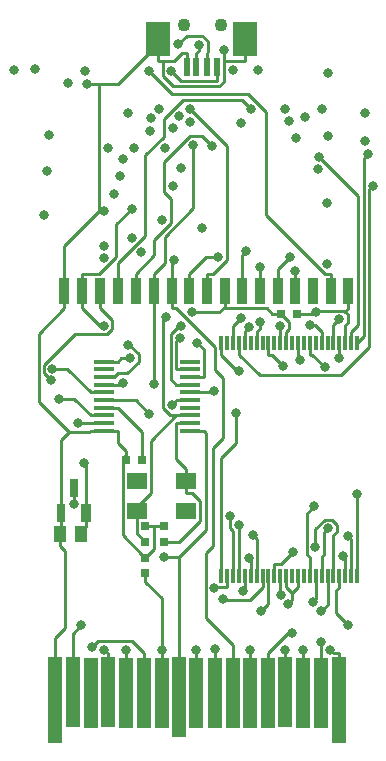
<source format=gbr>
%TF.GenerationSoftware,KiCad,Pcbnew,(6.0.2)*%
%TF.CreationDate,2022-09-17T11:41:15-05:00*%
%TF.ProjectId,REF2160,52454632-3136-4302-9e6b-696361645f70,rev?*%
%TF.SameCoordinates,Original*%
%TF.FileFunction,Copper,L1,Top*%
%TF.FilePolarity,Positive*%
%FSLAX46Y46*%
G04 Gerber Fmt 4.6, Leading zero omitted, Abs format (unit mm)*
G04 Created by KiCad (PCBNEW (6.0.2)) date 2022-09-17 11:41:15*
%MOMM*%
%LPD*%
G01*
G04 APERTURE LIST*
%TA.AperFunction,SMDPad,CuDef*%
%ADD10R,0.800000X0.800000*%
%TD*%
%TA.AperFunction,SMDPad,CuDef*%
%ADD11R,1.000000X1.350000*%
%TD*%
%TA.AperFunction,SMDPad,CuDef*%
%ADD12R,0.750000X1.600000*%
%TD*%
%TA.AperFunction,SMDPad,CuDef*%
%ADD13R,0.870000X1.600000*%
%TD*%
%TA.AperFunction,SMDPad,CuDef*%
%ADD14R,0.800000X1.600000*%
%TD*%
%TA.AperFunction,SMDPad,CuDef*%
%ADD15R,1.651000X0.431800*%
%TD*%
%TA.AperFunction,SMDPad,CuDef*%
%ADD16R,2.000000X3.000000*%
%TD*%
%TA.AperFunction,SMDPad,CuDef*%
%ADD17R,0.550000X1.630000*%
%TD*%
%TA.AperFunction,SMDPad,CuDef*%
%ADD18R,0.950000X2.250000*%
%TD*%
%TA.AperFunction,SMDPad,CuDef*%
%ADD19R,1.200000X7.250000*%
%TD*%
%TA.AperFunction,SMDPad,CuDef*%
%ADD20R,1.200000X6.000000*%
%TD*%
%TA.AperFunction,SMDPad,CuDef*%
%ADD21R,1.200000X6.750000*%
%TD*%
%TA.AperFunction,SMDPad,CuDef*%
%ADD22R,1.700000X1.350000*%
%TD*%
%TA.AperFunction,SMDPad,CuDef*%
%ADD23R,0.300000X1.300000*%
%TD*%
%TA.AperFunction,ComponentPad*%
%ADD24C,1.100000*%
%TD*%
%TA.AperFunction,ViaPad*%
%ADD25C,0.800000*%
%TD*%
%TA.AperFunction,Conductor*%
%ADD26C,0.250000*%
%TD*%
G04 APERTURE END LIST*
D10*
%TO.P,C4,1*%
%TO.N,/GND*%
X145116000Y-108636000D03*
%TO.P,C4,2*%
%TO.N,/PIC.VUSB*%
X146425000Y-108635000D03*
%TD*%
%TO.P,C2,1*%
%TO.N,/PIC.CLKOUT*%
X146739000Y-115602000D03*
%TO.P,C2,2*%
%TO.N,/GND*%
X146738000Y-114293000D03*
%TD*%
D11*
%TO.P,C1,1*%
%TO.N,/GND*%
X139477000Y-114946000D03*
%TO.P,C1,2*%
%TO.N,/XC.Vout*%
X141302000Y-114946000D03*
%TD*%
D12*
%TO.P,U4,1,GND*%
%TO.N,/GND*%
X139635000Y-113201000D03*
D13*
%TO.P,U4,2,VO*%
%TO.N,/XC.Vout*%
X141702000Y-113195000D03*
D14*
%TO.P,U4,3,VI*%
%TO.N,/VCC*%
X140708000Y-111014000D03*
%TD*%
D15*
%TO.P,U3,1,VDD*%
%TO.N,/VCC*%
X150514200Y-106196000D03*
%TO.P,U3,2,RA5/OSC1/CLKIN*%
%TO.N,/PIC.CLKIN*%
X150514200Y-105545999D03*
%TO.P,U3,3,RA4/AN3/OSC2/CLKOUT*%
%TO.N,/PIC.CLKOUT*%
X150514200Y-104896001D03*
%TO.P,U3,4,RA3/\u002AMCLR/VPP*%
%TO.N,unconnected-(U3-Pad4)*%
X150514200Y-104245999D03*
%TO.P,U3,5,RC5/CCP1/P1A/T0CKI*%
%TO.N,/PIC.RC5*%
X150514200Y-103596001D03*
%TO.P,U3,6,RC4/P1B/C12OUT/SRQ*%
%TO.N,/PIC.RC4*%
X150514200Y-102946002D03*
%TO.P,U3,7,RC3/AN7/P1C/C12IN3-/PGM*%
%TO.N,/PIC.RC3*%
X150514200Y-102296001D03*
%TO.P,U3,8,RC6/AN8/\u002ASS/T13CKI/T1OSCI*%
%TO.N,/PIC.RC6*%
X150514200Y-101646002D03*
%TO.P,U3,9,RC7/AN9/SDO/T1OSCO*%
%TO.N,/PIC.RC7*%
X150514200Y-100996001D03*
%TO.P,U3,10,RB7/TX/CK*%
%TO.N,unconnected-(U3-Pad10)*%
X150514200Y-100346002D03*
%TO.P,U3,11,RB6/SCK/SCL*%
%TO.N,/PIC.RB6*%
X143249800Y-100346000D03*
%TO.P,U3,12,RB5/AN11/RX/DT*%
%TO.N,unconnected-(U3-Pad12)*%
X143249800Y-100995998D03*
%TO.P,U3,13,RB4/AN10/SDI/SDA*%
%TO.N,/PIC.RB4*%
X143249800Y-101645999D03*
%TO.P,U3,14,RC2/AN6/P1D/C12IN2-/CVREF/INT2*%
%TO.N,/PIC.RC2*%
X143249800Y-102295998D03*
%TO.P,U3,15,RC1/AN5/C12IN1-/INT1/VREFRC2/*%
%TO.N,/PIC.RC1*%
X143249800Y-102945999D03*
%TO.P,U3,16,RC0/AN4/C12IN+/INT0/VREF+*%
%TO.N,/PIC.RC0*%
X143249800Y-103595998D03*
%TO.P,U3,17,VUSB*%
%TO.N,/PIC.VUSB*%
X143249800Y-104245999D03*
%TO.P,U3,18,RA1/D-/PGC*%
%TO.N,/USB.D-*%
X143249800Y-104895998D03*
%TO.P,U3,19,RA0/D+/PGD*%
%TO.N,/USB.D+*%
X143249800Y-105545999D03*
%TO.P,U3,20,VSS*%
%TO.N,/GND*%
X143249800Y-106195998D03*
%TD*%
D16*
%TO.P,J1,1,Pin_1*%
%TO.N,/GND*%
X147770000Y-73037000D03*
X155194000Y-73035000D03*
D17*
X150233000Y-75375000D03*
%TO.P,J1,2,Pin_2*%
%TO.N,/USB.D+*%
X151067000Y-75380000D03*
%TO.P,J1,3,Pin_3*%
%TO.N,/USB.D-*%
X151937000Y-75380000D03*
%TO.P,J1,4,Pin_4*%
%TO.N,/USB.VCC*%
X152811000Y-75379000D03*
%TD*%
D18*
%TO.P,U6,1,GND*%
%TO.N,/GND*%
X163929000Y-94392000D03*
%TO.P,U6,2,CLK*%
%TO.N,/CLK*%
X162459000Y-94385000D03*
%TO.P,U6,3,N/C*%
%TO.N,unconnected-(U6-Pad3)*%
X160950000Y-94389000D03*
%TO.P,U6,4,CS1*%
%TO.N,/Cart.CS1*%
X159448000Y-94389000D03*
%TO.P,U6,5,Reset*%
%TO.N,/Cart.Reset*%
X157938000Y-94390000D03*
%TO.P,U6,6,CS2*%
%TO.N,/Cart.CS2*%
X156427000Y-94390000D03*
%TO.P,U6,7,IRQ*%
%TO.N,/IRQ*%
X154958000Y-94389000D03*
%TO.P,U6,8,VCC*%
%TO.N,/VCC*%
X153450000Y-94394000D03*
%TO.P,U6,9,D0*%
%TO.N,/D0*%
X151941000Y-94388000D03*
%TO.P,U6,10,D1*%
%TO.N,/D1*%
X150438000Y-94391000D03*
%TO.P,U6,11,D2*%
%TO.N,/D2*%
X148966000Y-94390000D03*
%TO.P,U6,12,D3*%
%TO.N,/D3*%
X147457000Y-94392000D03*
%TO.P,U6,13,D4*%
%TO.N,/D4*%
X145912000Y-94395000D03*
%TO.P,U6,14,D5*%
%TO.N,/D5*%
X144439000Y-94390000D03*
%TO.P,U6,15,D6*%
%TO.N,/D6*%
X142937000Y-94394000D03*
%TO.P,U6,16,D7*%
%TO.N,/D7*%
X141390000Y-94386000D03*
%TO.P,U6,17,GND*%
%TO.N,/GND*%
X139876000Y-94389000D03*
%TD*%
D10*
%TO.P,C3,1*%
%TO.N,/PIC.CLKIN*%
X148329000Y-115599000D03*
%TO.P,C3,2*%
%TO.N,/GND*%
X148328000Y-114290000D03*
%TD*%
D19*
%TO.P,U1,1,GND*%
%TO.N,/GND*%
X139048000Y-129001000D03*
D20*
%TO.P,U1,2,CLK*%
%TO.N,/CLK*%
X140590000Y-128355000D03*
%TO.P,U1,3,N/C*%
%TO.N,unconnected-(U1-Pad3)*%
X142105000Y-128363000D03*
%TO.P,U1,4,CS1*%
%TO.N,/Sys.CS1*%
X143564000Y-128355000D03*
%TO.P,U1,5,Reset*%
%TO.N,/Sys.Reset*%
X145071000Y-128362000D03*
%TO.P,U1,6,CS2*%
%TO.N,/Sys.CS2*%
X146634000Y-128362000D03*
%TO.P,U1,7,IRQ*%
%TO.N,/IRQ*%
X148133000Y-128362000D03*
D21*
%TO.P,U1,8,VCC*%
%TO.N,/VCC*%
X149560000Y-128705000D03*
D20*
%TO.P,U1,9,D0*%
%TO.N,/D0*%
X151057000Y-128370000D03*
%TO.P,U1,10,D1*%
%TO.N,/D1*%
X152620000Y-128370000D03*
%TO.P,U1,11,D2*%
%TO.N,/D2*%
X154127000Y-128362000D03*
%TO.P,U1,12,D3*%
%TO.N,/D3*%
X155602000Y-128362000D03*
%TO.P,U1,13,D4*%
%TO.N,/D4*%
X157101000Y-128362000D03*
%TO.P,U1,14,D5*%
%TO.N,/D5*%
X158600000Y-128354000D03*
%TO.P,U1,15,D6*%
%TO.N,/D6*%
X160115000Y-128362000D03*
%TO.P,U1,16,D7*%
%TO.N,/D7*%
X161630000Y-128362000D03*
D19*
%TO.P,U1,17,GND*%
%TO.N,/GND*%
X163137000Y-128995000D03*
%TD*%
D22*
%TO.P,X1,1,Tri-State*%
%TO.N,/PIC.CLKOUT*%
X146027000Y-112965000D03*
%TO.P,X1,2,GND*%
%TO.N,unconnected-(X1-Pad2)*%
X150197000Y-112965000D03*
%TO.P,X1,3,OUT*%
%TO.N,/PIC.CLKIN*%
X150196000Y-110463000D03*
%TO.P,X1,4,VDD*%
%TO.N,unconnected-(X1-Pad4)*%
X146029000Y-110463000D03*
%TD*%
D10*
%TO.P,C5,1*%
%TO.N,/VCC*%
X158227000Y-96294000D03*
%TO.P,C5,2*%
%TO.N,/GND*%
X159536000Y-96293000D03*
%TD*%
%TO.P,R1,1*%
%TO.N,/IRQ*%
X146741000Y-118242000D03*
%TO.P,R1,2*%
%TO.N,/GND*%
X146740000Y-116933000D03*
%TD*%
D23*
%TO.P,U2,1,A15*%
%TO.N,/Eon.A15*%
X153161000Y-118472000D03*
%TO.P,U2,2,A14*%
%TO.N,/Eon.A14*%
X153661000Y-118472000D03*
%TO.P,U2,3,A13*%
%TO.N,/Eon.A13*%
X154161000Y-118472000D03*
%TO.P,U2,4,A12*%
%TO.N,/Eon.A12*%
X154661000Y-118472000D03*
%TO.P,U2,5,A11*%
%TO.N,/Eon.A11*%
X155161000Y-118472000D03*
%TO.P,U2,6,A10*%
%TO.N,/Eon.A10*%
X155661000Y-118472000D03*
%TO.P,U2,7,A9*%
%TO.N,/Eon.A9*%
X156161000Y-118472000D03*
%TO.P,U2,8,A8*%
%TO.N,/Eon.A8*%
X156661000Y-118472000D03*
%TO.P,U2,9,A19*%
%TO.N,/Eon.A19*%
X157161000Y-118472000D03*
%TO.P,U2,10,A20*%
%TO.N,/Eon.A20*%
X157661000Y-118472000D03*
%TO.P,U2,11,WE#*%
%TO.N,/Eon.WE*%
X158161000Y-118472000D03*
%TO.P,U2,12,RESET#*%
%TO.N,/VCC*%
X158661000Y-118472000D03*
%TO.P,U2,13,N/C*%
%TO.N,unconnected-(U2-Pad13)*%
X159161000Y-118472000D03*
%TO.P,U2,14,WP#/ACC*%
%TO.N,/VCC*%
X159661000Y-118472000D03*
%TO.P,U2,15,RY/BY#*%
%TO.N,unconnected-(U2-Pad15)*%
X160161000Y-118472000D03*
%TO.P,U2,16,A18*%
%TO.N,/Eon.A18*%
X160661000Y-118472000D03*
%TO.P,U2,17,A17*%
%TO.N,/Eon.A17*%
X161161000Y-118472000D03*
%TO.P,U2,18,A7*%
%TO.N,/Eon.A7*%
X161661000Y-118472000D03*
%TO.P,U2,19,A6*%
%TO.N,/Eon.A6*%
X162161000Y-118472000D03*
%TO.P,U2,20,A5*%
%TO.N,/Eon.A5*%
X162661000Y-118472000D03*
%TO.P,U2,21,A4*%
%TO.N,/Eon.A4*%
X163161000Y-118472000D03*
%TO.P,U2,22,A3*%
%TO.N,/Eon.A3*%
X163661000Y-118472000D03*
%TO.P,U2,23,A2*%
%TO.N,/Eon.A2*%
X164161000Y-118472000D03*
%TO.P,U2,24,A1*%
%TO.N,/Eon.A1*%
X164661000Y-118472000D03*
%TO.P,U2,25,A0*%
%TO.N,/Eon.A0*%
X164661000Y-98772000D03*
%TO.P,U2,26,CE#*%
%TO.N,/Eon.CE*%
X164161000Y-98772000D03*
%TO.P,U2,27,VSS*%
%TO.N,/GND*%
X163661000Y-98772000D03*
%TO.P,U2,28,OE#*%
%TO.N,/Eon.OE*%
X163161000Y-98772000D03*
%TO.P,U2,29,DQ0*%
%TO.N,/Eon.DQ0*%
X162661000Y-98772000D03*
%TO.P,U2,30,DQ8*%
%TO.N,unconnected-(U2-Pad30)*%
X162161000Y-98772000D03*
%TO.P,U2,31,DQ1*%
%TO.N,/Eon.DQ1*%
X161661000Y-98772000D03*
%TO.P,U2,32,DQ9*%
%TO.N,unconnected-(U2-Pad32)*%
X161161000Y-98772000D03*
%TO.P,U2,33,DQ2*%
%TO.N,/Eon.DQ2*%
X160661000Y-98772000D03*
%TO.P,U2,34,DQ10*%
%TO.N,unconnected-(U2-Pad34)*%
X160161000Y-98772000D03*
%TO.P,U2,35,DQ3*%
%TO.N,/Eon.DQ3*%
X159661000Y-98772000D03*
%TO.P,U2,36,DQ11*%
%TO.N,unconnected-(U2-Pad36)*%
X159161000Y-98772000D03*
%TO.P,U2,37,VCC*%
%TO.N,/VCC*%
X158661000Y-98772000D03*
%TO.P,U2,38,DQ4*%
%TO.N,/Eon.DQ4*%
X158161000Y-98772000D03*
%TO.P,U2,39,DQ12*%
%TO.N,unconnected-(U2-Pad39)*%
X157661000Y-98772000D03*
%TO.P,U2,40,DQ5*%
%TO.N,/Eon.DQ5*%
X157161000Y-98772000D03*
%TO.P,U2,41,DQ13*%
%TO.N,unconnected-(U2-Pad41)*%
X156661000Y-98772000D03*
%TO.P,U2,42,DQ6*%
%TO.N,/Eon.DQ6*%
X156161000Y-98772000D03*
%TO.P,U2,43,DQ14*%
%TO.N,unconnected-(U2-Pad43)*%
X155661000Y-98772000D03*
%TO.P,U2,44,DQ7*%
%TO.N,/Eon.DQ7*%
X155161000Y-98772000D03*
%TO.P,U2,45,DQ15/A-1*%
%TO.N,/Eon.A-1*%
X154661000Y-98772000D03*
%TO.P,U2,46,VSS*%
%TO.N,/GND*%
X154161000Y-98772000D03*
%TO.P,U2,47,BYTE#*%
%TO.N,unconnected-(U2-Pad47)*%
X153661000Y-98772000D03*
%TO.P,U2,48,A16*%
%TO.N,/Eon.A16*%
X153161000Y-98772000D03*
%TD*%
D24*
%TO.P,J3,5*%
%TO.N,N/C*%
X153106000Y-71823000D03*
X150043835Y-71820600D03*
%TD*%
D25*
%TO.N,/USB.VCC*%
X162219900Y-75937900D03*
X148927300Y-75761300D03*
%TO.N,/USB.D-*%
X139444600Y-103485400D03*
X149520100Y-73494900D03*
%TO.N,/USB.D+*%
X151277100Y-73524600D03*
X141000000Y-105546000D03*
%TO.N,/GND*%
X162382600Y-124749800D03*
X161194900Y-96118700D03*
X154804300Y-96675200D03*
X143215000Y-87624500D03*
X141804500Y-76831700D03*
X153411100Y-73948500D03*
%TO.N,/PIC.RC0*%
X147080000Y-104770800D03*
X145745000Y-82225900D03*
%TO.N,/PIC.RC1*%
X138867000Y-100933200D03*
X138540200Y-81136200D03*
X141628000Y-75710900D03*
%TO.N,/PIC.RC2*%
X144819800Y-102175100D03*
%TO.N,/PIC.RB4*%
X145264700Y-98918000D03*
X145565400Y-89868400D03*
%TO.N,/PIC.RB6*%
X146394600Y-91090500D03*
X145412400Y-100046400D03*
%TO.N,/PIC.RC7*%
X149630200Y-98364900D03*
%TO.N,/PIC.RC6*%
X151119800Y-98773700D03*
%TO.N,/PIC.RC3*%
X149777800Y-97334000D03*
X148404600Y-82221200D03*
%TO.N,/PIC.RC4*%
X140160300Y-76743300D03*
X152528500Y-102839100D03*
X137386700Y-75590600D03*
%TO.N,/PIC.RC5*%
X148970100Y-104046300D03*
X145236500Y-79309000D03*
X135611300Y-75627300D03*
%TO.N,/PIC.CLKOUT*%
X148487900Y-96572700D03*
%TO.N,/VCC*%
X150660100Y-96165100D03*
X147097300Y-80826400D03*
X148171500Y-88331100D03*
X140657500Y-112419900D03*
X148333300Y-116858400D03*
X158800000Y-120900000D03*
%TO.N,/IRQ*%
X148133000Y-124752500D03*
X155300200Y-90951100D03*
%TO.N,/CLK*%
X147070600Y-75756300D03*
X141296700Y-122663100D03*
%TO.N,/Sys.CS1*%
X147924600Y-78993100D03*
X143266100Y-124748200D03*
%TO.N,/Sys.Reset*%
X147177900Y-79727800D03*
X145071000Y-124758800D03*
%TO.N,/Sys.CS2*%
X142259400Y-124521300D03*
X149610200Y-79537600D03*
%TO.N,/D0*%
X151057000Y-124740800D03*
X150524200Y-78989500D03*
%TO.N,/D1*%
X152889000Y-91480700D03*
X152620000Y-124716700D03*
X150542300Y-80060400D03*
%TO.N,/D2*%
X149043400Y-80552200D03*
X149130400Y-91767700D03*
%TO.N,/D3*%
X155602000Y-124754500D03*
X150812500Y-82016900D03*
X147469700Y-102226200D03*
%TO.N,/D4*%
X152347600Y-82054200D03*
X159152500Y-123328600D03*
X154867300Y-80159200D03*
%TO.N,/D5*%
X155689700Y-78984900D03*
X158600000Y-124733000D03*
%TO.N,/D6*%
X160115000Y-124761700D03*
X156310000Y-75656200D03*
X138754400Y-101933400D03*
%TO.N,/D7*%
X143215000Y-97304100D03*
X145565500Y-87395400D03*
X161630000Y-124061300D03*
%TO.N,/Cart.CS2*%
X156427000Y-92295200D03*
%TO.N,/Cart.Reset*%
X158991300Y-91488400D03*
%TO.N,/Cart.CS1*%
X159448000Y-92639600D03*
%TO.N,/XC.Vout*%
X141530000Y-108923800D03*
X138170400Y-87890800D03*
X154157700Y-75656000D03*
%TO.N,/Eon.A1*%
X164661000Y-111594600D03*
%TO.N,/Eon.A2*%
X163911100Y-115116100D03*
%TO.N,/Eon.A3*%
X163434900Y-116819600D03*
%TO.N,/Eon.A4*%
X163903000Y-122682300D03*
%TO.N,/Eon.A5*%
X161121900Y-116040600D03*
%TO.N,/Eon.A6*%
X161590000Y-121500000D03*
%TO.N,/Eon.A7*%
X162218100Y-114448600D03*
X143215000Y-91540600D03*
%TO.N,/Eon.A17*%
X160910101Y-120689899D03*
%TO.N,/Eon.A18*%
X161016700Y-112610700D03*
X143215000Y-90540400D03*
%TO.N,/Eon.WE*%
X158252857Y-120063555D03*
%TO.N,/Eon.A19*%
X156500000Y-121500000D03*
%TO.N,/Eon.A8*%
X153316600Y-120410900D03*
X144043000Y-86177000D03*
%TO.N,/Eon.A9*%
X155884000Y-115002200D03*
X149038800Y-85463400D03*
X151563700Y-89036600D03*
%TO.N,/Eon.A10*%
X155501800Y-116999800D03*
X144599100Y-84666500D03*
%TO.N,/Eon.A11*%
X138407900Y-84232000D03*
X155037500Y-119729800D03*
%TO.N,/Eon.A12*%
X154661000Y-114171400D03*
X149785000Y-83941300D03*
%TO.N,/Eon.A13*%
X144812900Y-83183600D03*
X153918000Y-113384900D03*
%TO.N,/Eon.A14*%
X152591500Y-119553100D03*
X143570500Y-82246000D03*
%TO.N,/Eon.DQ7*%
X155472700Y-97421200D03*
X158519700Y-78981000D03*
%TO.N,/Eon.DQ6*%
X156440500Y-96974400D03*
X158880300Y-79994200D03*
%TO.N,/Eon.DQ5*%
X160239000Y-79676900D03*
X158411700Y-100729700D03*
%TO.N,/Eon.DQ4*%
X159503600Y-81390300D03*
X158161000Y-97332000D03*
%TO.N,/Eon.DQ3*%
X161718500Y-78969100D03*
X159827100Y-100216100D03*
%TO.N,/Eon.DQ2*%
X165376500Y-79332000D03*
X161911000Y-100777200D03*
%TO.N,/Eon.DQ1*%
X160657000Y-97248500D03*
X161393400Y-84014200D03*
%TO.N,/Eon.DQ0*%
X162163100Y-81240800D03*
X163132800Y-96761600D03*
%TO.N,/Eon.OE*%
X163161000Y-100045500D03*
X165371300Y-81648000D03*
%TO.N,/Eon.CE*%
X161425700Y-83005000D03*
%TO.N,/Eon.A0*%
X165596400Y-82809300D03*
%TO.N,/Eon.A-1*%
X165975100Y-85471800D03*
%TO.N,/Eon.A16*%
X154676000Y-101122000D03*
%TO.N,/Eon.A15*%
X154422900Y-104692100D03*
X162137300Y-86937900D03*
%TO.N,/Eon.A20*%
X159241100Y-116493900D03*
X162109600Y-92089000D03*
%TD*%
D26*
%TO.N,/USB.VCC*%
X152781900Y-76548200D02*
X149714200Y-76548200D01*
X152811000Y-75379000D02*
X152811000Y-76519100D01*
X149714200Y-76548200D02*
X148927300Y-75761300D01*
X152811000Y-76519100D02*
X152781900Y-76548200D01*
%TO.N,/USB.D-*%
X152007100Y-74169800D02*
X152007100Y-73223700D01*
X143249800Y-104896000D02*
X142099200Y-104896000D01*
X152007100Y-73223700D02*
X151562100Y-72778700D01*
X151562100Y-72778700D02*
X150236300Y-72778700D01*
X151937000Y-74239900D02*
X152007100Y-74169800D01*
X142099200Y-104896000D02*
X140688600Y-103485400D01*
X151937000Y-75380000D02*
X151937000Y-74239900D01*
X140688600Y-103485400D02*
X139444600Y-103485400D01*
X150236300Y-72778700D02*
X149520100Y-73494900D01*
%TO.N,/USB.D+*%
X151277100Y-73524600D02*
X151277100Y-74029800D01*
X141000000Y-105546000D02*
X143249800Y-105546000D01*
X151277100Y-74029800D02*
X151067000Y-74239900D01*
X151067000Y-75380000D02*
X151067000Y-74239900D01*
%TO.N,/GND*%
X163137000Y-125044900D02*
X162677700Y-125044900D01*
X147599900Y-114293000D02*
X147602900Y-114290000D01*
X161020600Y-96293000D02*
X160261100Y-96293000D01*
X163929000Y-95842100D02*
X163661000Y-96110100D01*
X139876000Y-95114000D02*
X139876000Y-95839100D01*
X149112600Y-77045800D02*
X153008300Y-77045800D01*
X147464300Y-116195000D02*
X147464300Y-114293000D01*
X148190200Y-76123400D02*
X149112600Y-77045800D01*
X163857900Y-97062000D02*
X163661000Y-97258900D01*
X137691800Y-98023300D02*
X137691800Y-103726300D01*
X148190200Y-74862100D02*
X148190200Y-76123400D01*
X142845000Y-76831700D02*
X141804500Y-76831700D01*
X142845000Y-87624500D02*
X142845000Y-76831700D01*
X139477000Y-114484100D02*
X139477000Y-114946000D01*
X150233000Y-75375000D02*
X150233000Y-74234900D01*
X145116000Y-108273400D02*
X144851800Y-108537600D01*
X143249800Y-106196000D02*
X142099200Y-106196000D01*
X161277100Y-96036500D02*
X161194900Y-96118700D01*
X139876000Y-94389000D02*
X139876000Y-90593500D01*
X163137000Y-128995000D02*
X163137000Y-125044900D01*
X147464300Y-114293000D02*
X147599900Y-114293000D01*
X145116000Y-108273400D02*
X145116000Y-107910900D01*
X153008300Y-77045800D02*
X153411100Y-76643000D01*
X139635000Y-113201000D02*
X139635000Y-114326100D01*
X159536000Y-96293000D02*
X160261100Y-96293000D01*
X163857900Y-96307000D02*
X163857900Y-97062000D01*
X163587400Y-96036500D02*
X161277100Y-96036500D01*
X146976800Y-116682500D02*
X147464300Y-116195000D01*
X139876000Y-90593500D02*
X142845000Y-87624500D01*
X163661000Y-97258900D02*
X163661000Y-98772000D01*
X153411100Y-76643000D02*
X153411100Y-74860100D01*
X139048000Y-123782100D02*
X139919600Y-122910500D01*
X154161000Y-97318500D02*
X154804300Y-96675200D01*
X139876000Y-95114000D02*
X139876000Y-94389000D01*
X147770000Y-73037000D02*
X147770000Y-73469500D01*
X148328000Y-114290000D02*
X147602900Y-114290000D01*
X146489500Y-116682500D02*
X146740000Y-116682500D01*
X147770000Y-73469500D02*
X144407800Y-76831700D01*
X144851800Y-108537600D02*
X144851800Y-115044800D01*
X147770000Y-74862100D02*
X148190200Y-74862100D01*
X139919600Y-122910500D02*
X139919600Y-116388700D01*
X146740000Y-116682500D02*
X146740000Y-116933000D01*
X144400400Y-107195300D02*
X145116000Y-107910900D01*
X155194000Y-74860100D02*
X153411100Y-74860100D01*
X163661000Y-96110100D02*
X163587400Y-96036500D01*
X163661000Y-96110100D02*
X163857900Y-96307000D01*
X139635000Y-106998900D02*
X139635000Y-113201000D01*
X149805600Y-74234900D02*
X150233000Y-74234900D01*
X142845000Y-87624500D02*
X143215000Y-87624500D01*
X147770000Y-73469500D02*
X147770000Y-74862100D01*
X145116000Y-108636000D02*
X145116000Y-108273400D01*
X137691800Y-103726300D02*
X140299700Y-106334200D01*
X163929000Y-94392000D02*
X163929000Y-95842100D01*
X155194000Y-73035000D02*
X155194000Y-74860100D01*
X139477000Y-114946000D02*
X139477000Y-115946100D01*
X139048000Y-129001000D02*
X139048000Y-123782100D01*
X153411100Y-74860100D02*
X153411100Y-73948500D01*
X146740000Y-116682500D02*
X146976800Y-116682500D01*
X161194900Y-96118700D02*
X161020600Y-96293000D01*
X162677700Y-125044900D02*
X162382600Y-124749800D01*
X139919600Y-116388700D02*
X139477000Y-115946100D01*
X149178400Y-74862100D02*
X149805600Y-74234900D01*
X146738000Y-114293000D02*
X147464300Y-114293000D01*
X141961000Y-106334200D02*
X142099200Y-106196000D01*
X140299700Y-106334200D02*
X139635000Y-106998900D01*
X154161000Y-98772000D02*
X154161000Y-97318500D01*
X144851800Y-115044800D02*
X146489500Y-116682500D01*
X140299700Y-106334200D02*
X141961000Y-106334200D01*
X139635000Y-114326100D02*
X139477000Y-114484100D01*
X144400400Y-106196000D02*
X144400400Y-107195300D01*
X144407800Y-76831700D02*
X142845000Y-76831700D01*
X143249800Y-106196000D02*
X144400400Y-106196000D01*
X139876000Y-95839100D02*
X137691800Y-98023300D01*
X148190200Y-74862100D02*
X149178400Y-74862100D01*
%TO.N,/PIC.VUSB*%
X144400400Y-104246000D02*
X146425000Y-106270600D01*
X143249800Y-104246000D02*
X144400400Y-104246000D01*
X146425000Y-106270600D02*
X146425000Y-108635000D01*
%TO.N,/PIC.RC0*%
X145905200Y-103596000D02*
X143249800Y-103596000D01*
X147080000Y-104770800D02*
X145905200Y-103596000D01*
%TO.N,/PIC.RC1*%
X142099200Y-102946000D02*
X140086400Y-100933200D01*
X143249800Y-102946000D02*
X142099200Y-102946000D01*
X140086400Y-100933200D02*
X138867000Y-100933200D01*
%TO.N,/PIC.RC2*%
X144698900Y-102296000D02*
X144819800Y-102175100D01*
X143249800Y-102296000D02*
X144400400Y-102296000D01*
X144400400Y-102296000D02*
X144698900Y-102296000D01*
%TO.N,/PIC.RB4*%
X145218900Y-101311900D02*
X146185100Y-100345700D01*
X144435000Y-101311900D02*
X145218900Y-101311900D01*
X146185100Y-99709000D02*
X145394100Y-98918000D01*
X143249800Y-101646000D02*
X144100900Y-101646000D01*
X145394100Y-98918000D02*
X145264700Y-98918000D01*
X144100900Y-101646000D02*
X144435000Y-101311900D01*
X146185100Y-100345700D02*
X146185100Y-99709000D01*
%TO.N,/PIC.RB6*%
X143249800Y-100346000D02*
X144400400Y-100346000D01*
X144700000Y-100046400D02*
X145412400Y-100046400D01*
X144400400Y-100346000D02*
X144700000Y-100046400D01*
%TO.N,/PIC.RC7*%
X149363600Y-98631500D02*
X149630200Y-98364900D01*
X150514200Y-100996000D02*
X149363600Y-100996000D01*
X149363600Y-100996000D02*
X149363600Y-98631500D01*
%TO.N,/PIC.RC6*%
X151664800Y-99318700D02*
X151119800Y-98773700D01*
X151664800Y-101646000D02*
X151664800Y-99318700D01*
X150514200Y-101646000D02*
X151664800Y-101646000D01*
%TO.N,/PIC.RC3*%
X148892000Y-98041800D02*
X149599800Y-97334000D01*
X149363600Y-102296000D02*
X148892000Y-101824400D01*
X150514200Y-102296000D02*
X149363600Y-102296000D01*
X148892000Y-101824400D02*
X148892000Y-98041800D01*
X149599800Y-97334000D02*
X149777800Y-97334000D01*
%TO.N,/PIC.RC4*%
X150514200Y-102946000D02*
X152421600Y-102946000D01*
X152421600Y-102946000D02*
X152528500Y-102839100D01*
%TO.N,/PIC.RC5*%
X149363600Y-103596000D02*
X149363600Y-103652800D01*
X150514200Y-103596000D02*
X149363600Y-103596000D01*
X149363600Y-103652800D02*
X148970100Y-104046300D01*
%TO.N,/PIC.CLKOUT*%
X146027000Y-112640000D02*
X146027000Y-112965000D01*
X148194900Y-96865700D02*
X148487900Y-96572700D01*
X150514200Y-104896000D02*
X149363600Y-104896000D01*
X149363600Y-104896000D02*
X148794400Y-104896000D01*
X146012800Y-112979200D02*
X146012800Y-114875800D01*
X147228300Y-111438700D02*
X146027000Y-112640000D01*
X148794400Y-104896000D02*
X148194900Y-104296500D01*
X147228300Y-107031300D02*
X147228300Y-111438700D01*
X149363600Y-104896000D02*
X147228300Y-107031300D01*
X148194900Y-104296500D02*
X148194900Y-96865700D01*
X146027000Y-112965000D02*
X146012800Y-112979200D01*
X146012800Y-114875800D02*
X146739000Y-115602000D01*
%TO.N,/PIC.CLKIN*%
X150196000Y-110463000D02*
X150196000Y-111463100D01*
X151372200Y-112139300D02*
X151372200Y-113811800D01*
X149363600Y-108630500D02*
X150196000Y-109462900D01*
X150196000Y-109962900D02*
X150196000Y-109462900D01*
X149585000Y-115599000D02*
X148329000Y-115599000D01*
X150696000Y-111463100D02*
X151372200Y-112139300D01*
X151372200Y-113811800D02*
X149585000Y-115599000D01*
X150514200Y-105546000D02*
X149363600Y-105546000D01*
X150196000Y-111463100D02*
X150696000Y-111463100D01*
X149363600Y-105546000D02*
X149363600Y-108630500D01*
X150196000Y-109962900D02*
X150196000Y-110463000D01*
%TO.N,/VCC*%
X158661000Y-98772000D02*
X158661000Y-97857500D01*
X159160000Y-119946100D02*
X159163900Y-119946100D01*
X153450000Y-94394000D02*
X153450000Y-95728500D01*
X159163900Y-119946100D02*
X159661000Y-119449000D01*
X140708000Y-111014000D02*
X140708000Y-112139100D01*
X159160000Y-119946100D02*
X158661000Y-119447100D01*
X158182100Y-96294000D02*
X158100100Y-96294000D01*
X149560000Y-128705000D02*
X149560000Y-125004900D01*
X158661000Y-97857500D02*
X158902900Y-97615600D01*
X153013400Y-96165100D02*
X150660100Y-96165100D01*
X158800000Y-120900000D02*
X159160000Y-120540000D01*
X159661000Y-119449000D02*
X159661000Y-118472000D01*
X153450000Y-95844100D02*
X157052000Y-95844100D01*
X149560000Y-116858400D02*
X149560000Y-125004900D01*
X153450000Y-95728500D02*
X153450000Y-95844100D01*
X140657500Y-112419900D02*
X140657500Y-112189600D01*
X157052000Y-95844100D02*
X157501900Y-96294000D01*
X158902900Y-97615600D02*
X158902900Y-97014800D01*
X151842600Y-106373800D02*
X151842600Y-114575800D01*
X151664800Y-106196000D02*
X151842600Y-106373800D01*
X158100100Y-96294000D02*
X157501900Y-96294000D01*
X151842600Y-114575800D02*
X149560000Y-116858400D01*
X150514200Y-106196000D02*
X151664800Y-106196000D01*
X158661000Y-119447100D02*
X158661000Y-118472000D01*
X140657500Y-112189600D02*
X140708000Y-112139100D01*
X149560000Y-116858400D02*
X148333300Y-116858400D01*
X159160000Y-120540000D02*
X159160000Y-119946100D01*
X153450000Y-95728500D02*
X153013400Y-96165100D01*
X158902900Y-97014800D02*
X158182100Y-96294000D01*
X158227000Y-96294000D02*
X158100100Y-96294000D01*
%TO.N,/IRQ*%
X146741000Y-118242000D02*
X146741000Y-118967100D01*
X154958000Y-91293300D02*
X154958000Y-94389000D01*
X155300200Y-90951100D02*
X154958000Y-91293300D01*
X148133000Y-128362000D02*
X148133000Y-124752500D01*
X148133000Y-124752500D02*
X148133000Y-120359100D01*
X148133000Y-120359100D02*
X146741000Y-118967100D01*
%TO.N,/CLK*%
X156956300Y-79218300D02*
X155420300Y-77682300D01*
X156956300Y-87965600D02*
X156956300Y-79218300D01*
X140590000Y-128355000D02*
X140590000Y-123369800D01*
X161925600Y-92934900D02*
X156956300Y-87965600D01*
X155420300Y-77682300D02*
X148996600Y-77682300D01*
X162459000Y-92934900D02*
X161925600Y-92934900D01*
X148996600Y-77682300D02*
X147070600Y-75756300D01*
X140590000Y-123369800D02*
X141296700Y-122663100D01*
X162459000Y-94385000D02*
X162459000Y-92934900D01*
%TO.N,/Sys.CS1*%
X143547800Y-125029900D02*
X143266100Y-124748200D01*
X143564000Y-128355000D02*
X143564000Y-125029900D01*
X143564000Y-125029900D02*
X143547800Y-125029900D01*
%TO.N,/Sys.Reset*%
X145071000Y-128362000D02*
X145071000Y-124758800D01*
%TO.N,/Sys.CS2*%
X145620100Y-124023000D02*
X142757700Y-124023000D01*
X146634000Y-125036900D02*
X145620100Y-124023000D01*
X146634000Y-128362000D02*
X146634000Y-125036900D01*
X142757700Y-124023000D02*
X142259400Y-124521300D01*
%TO.N,/D0*%
X151057000Y-128370000D02*
X151057000Y-124740800D01*
X151941000Y-94388000D02*
X151941000Y-92937900D01*
X153647500Y-91768900D02*
X152478500Y-92937900D01*
X150524200Y-78989500D02*
X153647500Y-82112800D01*
X153647500Y-82112800D02*
X153647500Y-91768900D01*
X152478500Y-92937900D02*
X151941000Y-92937900D01*
%TO.N,/D1*%
X151898200Y-91480700D02*
X152889000Y-91480700D01*
X150438000Y-94391000D02*
X150438000Y-92940900D01*
X150438000Y-92940900D02*
X151898200Y-91480700D01*
X152620000Y-128370000D02*
X152620000Y-124716700D01*
%TO.N,/D2*%
X149309500Y-95840100D02*
X148966000Y-95840100D01*
X153279400Y-106840900D02*
X153279400Y-101758000D01*
X152597900Y-101076500D02*
X152597900Y-99128500D01*
X154127000Y-124325300D02*
X151843700Y-122042000D01*
X152427000Y-107693300D02*
X153279400Y-106840900D01*
X152427000Y-115980100D02*
X152427000Y-107693300D01*
X148966000Y-94390000D02*
X148966000Y-95840100D01*
X149130400Y-91767700D02*
X148966000Y-91932100D01*
X148966000Y-91932100D02*
X148966000Y-94390000D01*
X151843700Y-122042000D02*
X151843700Y-116563400D01*
X153279400Y-101758000D02*
X152597900Y-101076500D01*
X152597900Y-99128500D02*
X149309500Y-95840100D01*
X154127000Y-128362000D02*
X154127000Y-124325300D01*
X151843700Y-116563400D02*
X152427000Y-115980100D01*
%TO.N,/D3*%
X148387200Y-89777500D02*
X150812500Y-87352200D01*
X150812500Y-87352200D02*
X150812500Y-82016900D01*
X147457000Y-95842100D02*
X147457000Y-102213500D01*
X155602000Y-128362000D02*
X155602000Y-124754500D01*
X147457000Y-102213500D02*
X147469700Y-102226200D01*
X147457000Y-95117000D02*
X147457000Y-95842100D01*
X147457000Y-95117000D02*
X147457000Y-94392000D01*
X147457000Y-94392000D02*
X147457000Y-92941900D01*
X147457000Y-92941900D02*
X148387200Y-92011700D01*
X148387200Y-92011700D02*
X148387200Y-89777500D01*
%TO.N,/D4*%
X159152500Y-123328600D02*
X158809300Y-123328600D01*
X150526900Y-81257500D02*
X151550900Y-81257500D01*
X148900000Y-88628100D02*
X148900000Y-86582800D01*
X158809300Y-123328600D02*
X157101000Y-125036900D01*
X148304300Y-83480100D02*
X150526900Y-81257500D01*
X148900000Y-86582800D02*
X148304300Y-85987100D01*
X145912000Y-92944900D02*
X147505000Y-91351900D01*
X145912000Y-94395000D02*
X145912000Y-92944900D01*
X147505000Y-90023100D02*
X148900000Y-88628100D01*
X147505000Y-91351900D02*
X147505000Y-90023100D01*
X148304300Y-85987100D02*
X148304300Y-83480100D01*
X151550900Y-81257500D02*
X152347600Y-82054200D01*
X157101000Y-128362000D02*
X157101000Y-125036900D01*
%TO.N,/D5*%
X146740400Y-89719000D02*
X144439000Y-92020400D01*
X158600000Y-128354000D02*
X158600000Y-124733000D01*
X154915500Y-78210700D02*
X149911700Y-78210700D01*
X148310000Y-79812400D02*
X148310000Y-81290400D01*
X144439000Y-92020400D02*
X144439000Y-94390000D01*
X146740400Y-82860000D02*
X146740400Y-89719000D01*
X148310000Y-81290400D02*
X146740400Y-82860000D01*
X155689700Y-78984900D02*
X154915500Y-78210700D01*
X149911700Y-78210700D02*
X148310000Y-79812400D01*
%TO.N,/D6*%
X143940100Y-97604500D02*
X143940100Y-96847200D01*
X143515400Y-98029200D02*
X143940100Y-97604500D01*
X160115000Y-128362000D02*
X160115000Y-124761700D01*
X138754400Y-101933400D02*
X138141900Y-101320900D01*
X143940100Y-96847200D02*
X142937000Y-95844100D01*
X142937000Y-95119000D02*
X142937000Y-95844100D01*
X140745600Y-98029200D02*
X143515400Y-98029200D01*
X138141900Y-100632900D02*
X140745600Y-98029200D01*
X142937000Y-95119000D02*
X142937000Y-94394000D01*
X138141900Y-101320900D02*
X138141900Y-100632900D01*
%TO.N,/D7*%
X144275100Y-88685800D02*
X145565500Y-87395400D01*
X142845200Y-92935900D02*
X144275100Y-91506000D01*
X141390000Y-95836100D02*
X142858000Y-97304100D01*
X142858000Y-97304100D02*
X143215000Y-97304100D01*
X161630000Y-128362000D02*
X161630000Y-124061300D01*
X141390000Y-94386000D02*
X141390000Y-92935900D01*
X144275100Y-91506000D02*
X144275100Y-88685800D01*
X141390000Y-94386000D02*
X141390000Y-95836100D01*
X141390000Y-92935900D02*
X142845200Y-92935900D01*
%TO.N,/Cart.CS2*%
X156427000Y-92295200D02*
X156427000Y-94390000D01*
%TO.N,/Cart.Reset*%
X157938000Y-92541700D02*
X157938000Y-94390000D01*
X158991300Y-91488400D02*
X157938000Y-92541700D01*
%TO.N,/Cart.CS1*%
X159448000Y-94389000D02*
X159448000Y-92938900D01*
X159448000Y-92938900D02*
X159448000Y-92639600D01*
%TO.N,/XC.Vout*%
X141302000Y-114720100D02*
X141302000Y-114946000D01*
X141702000Y-109095800D02*
X141530000Y-108923800D01*
X141702000Y-113757500D02*
X141702000Y-114320100D01*
X141702000Y-114320100D02*
X141302000Y-114720100D01*
X141702000Y-113757500D02*
X141702000Y-113195000D01*
X141702000Y-113195000D02*
X141702000Y-109095800D01*
%TO.N,/Eon.A1*%
X164661000Y-118472000D02*
X164661000Y-111594600D01*
%TO.N,/Eon.A2*%
X164161000Y-115366000D02*
X163911100Y-115116100D01*
X164161000Y-118472000D02*
X164161000Y-115366000D01*
%TO.N,/Eon.A3*%
X163661000Y-118472000D02*
X163661000Y-117045700D01*
X163661000Y-117045700D02*
X163434900Y-116819600D01*
%TO.N,/Eon.A4*%
X163161000Y-118472000D02*
X163161000Y-119447100D01*
X162856800Y-119751300D02*
X162856800Y-121636100D01*
X162856800Y-121636100D02*
X163903000Y-122682300D01*
X163161000Y-119447100D02*
X162856800Y-119751300D01*
%TO.N,/Eon.A5*%
X162943200Y-114148200D02*
X162518500Y-113723500D01*
X162661000Y-115031200D02*
X162943200Y-114749000D01*
X162518500Y-113723500D02*
X161908800Y-113723500D01*
X161908800Y-113723500D02*
X161121900Y-114510400D01*
X162943200Y-114749000D02*
X162943200Y-114148200D01*
X161121900Y-114510400D02*
X161121900Y-116040600D01*
X162661000Y-118472000D02*
X162661000Y-115031200D01*
%TO.N,/Eon.A6*%
X162161000Y-120929000D02*
X162161000Y-118472000D01*
X161590000Y-121500000D02*
X162161000Y-120929000D01*
%TO.N,/Eon.A7*%
X161661000Y-116858700D02*
X161899800Y-116619900D01*
X161899800Y-114766900D02*
X162218100Y-114448600D01*
X161899800Y-116619900D02*
X161899800Y-114766900D01*
X161661000Y-118472000D02*
X161661000Y-116858700D01*
%TO.N,/Eon.A17*%
X160910101Y-120689899D02*
X161161000Y-120439000D01*
X161161000Y-120439000D02*
X161161000Y-118472000D01*
%TO.N,/Eon.A18*%
X160661000Y-116936800D02*
X160396800Y-116672600D01*
X160396800Y-113230600D02*
X161016700Y-112610700D01*
X160661000Y-118472000D02*
X160661000Y-116936800D01*
X160396800Y-116672600D02*
X160396800Y-113230600D01*
%TO.N,/Eon.WE*%
X158252857Y-120063555D02*
X158161000Y-119971698D01*
X158161000Y-119971698D02*
X158161000Y-118472000D01*
%TO.N,/Eon.A19*%
X157161000Y-120839000D02*
X157161000Y-118472000D01*
X156500000Y-121500000D02*
X157161000Y-120839000D01*
%TO.N,/Eon.A8*%
X153394100Y-120488400D02*
X153316600Y-120410900D01*
X155619700Y-120488400D02*
X153394100Y-120488400D01*
X156661000Y-119447100D02*
X155619700Y-120488400D01*
X156661000Y-118472000D02*
X156661000Y-119447100D01*
%TO.N,/Eon.A9*%
X156161000Y-117366100D02*
X156226900Y-117300200D01*
X156226900Y-117300200D02*
X156226900Y-115345100D01*
X156226900Y-115345100D02*
X155884000Y-115002200D01*
X156161000Y-118472000D02*
X156161000Y-117366100D01*
%TO.N,/Eon.A10*%
X155661000Y-118472000D02*
X155661000Y-117159000D01*
X155661000Y-117159000D02*
X155501800Y-116999800D01*
%TO.N,/Eon.A11*%
X155161000Y-119606300D02*
X155161000Y-118472000D01*
X155037500Y-119729800D02*
X155161000Y-119606300D01*
%TO.N,/Eon.A12*%
X154661000Y-114171400D02*
X154661000Y-118472000D01*
%TO.N,/Eon.A13*%
X154161000Y-114696800D02*
X154161000Y-118472000D01*
X153918000Y-113384900D02*
X153918000Y-114453800D01*
X153918000Y-114453800D02*
X154161000Y-114696800D01*
%TO.N,/Eon.A14*%
X153661000Y-119447100D02*
X152697500Y-119447100D01*
X153661000Y-118472000D02*
X153661000Y-119447100D01*
X152697500Y-119447100D02*
X152591500Y-119553100D01*
%TO.N,/Eon.DQ7*%
X155161000Y-98772000D02*
X155161000Y-97732900D01*
X155161000Y-97732900D02*
X155472700Y-97421200D01*
%TO.N,/Eon.DQ6*%
X156161000Y-97796900D02*
X156440500Y-97517400D01*
X156440500Y-97517400D02*
X156440500Y-96974400D01*
X156161000Y-98772000D02*
X156161000Y-97796900D01*
%TO.N,/Eon.DQ5*%
X157429100Y-99747100D02*
X158411700Y-100729700D01*
X157161000Y-98772000D02*
X157161000Y-99747100D01*
X157161000Y-99747100D02*
X157429100Y-99747100D01*
%TO.N,/Eon.DQ4*%
X158161000Y-98772000D02*
X158161000Y-97332000D01*
%TO.N,/Eon.DQ3*%
X159661000Y-100050000D02*
X159827100Y-100216100D01*
X159661000Y-98772000D02*
X159661000Y-100050000D01*
%TO.N,/Eon.DQ2*%
X160880900Y-99747100D02*
X161911000Y-100777200D01*
X160661000Y-99747100D02*
X160880900Y-99747100D01*
X160661000Y-98772000D02*
X160661000Y-99747100D01*
%TO.N,/Eon.DQ1*%
X161112600Y-97248500D02*
X161661000Y-97796900D01*
X160657000Y-97248500D02*
X161112600Y-97248500D01*
X161661000Y-98772000D02*
X161661000Y-97796900D01*
%TO.N,/Eon.DQ0*%
X162661000Y-98772000D02*
X162661000Y-97233400D01*
X162661000Y-97233400D02*
X163132800Y-96761600D01*
%TO.N,/Eon.OE*%
X163161000Y-98772000D02*
X163161000Y-100045500D01*
%TO.N,/Eon.CE*%
X164729300Y-97228600D02*
X164729300Y-86308600D01*
X164161000Y-97796900D02*
X164729300Y-97228600D01*
X164729300Y-86308600D02*
X161425700Y-83005000D01*
X164161000Y-98772000D02*
X164161000Y-97796900D01*
%TO.N,/Eon.A0*%
X164661000Y-98772000D02*
X165231100Y-98201900D01*
X165231100Y-98201900D02*
X165231100Y-83174600D01*
X165231100Y-83174600D02*
X165596400Y-82809300D01*
%TO.N,/Eon.A-1*%
X156416200Y-101502300D02*
X163293200Y-101502300D01*
X154661000Y-98772000D02*
X154661000Y-99747100D01*
X154661000Y-99747100D02*
X156416200Y-101502300D01*
X165681300Y-99114200D02*
X165681300Y-85765600D01*
X165681300Y-85765600D02*
X165975100Y-85471800D01*
X163293200Y-101502300D02*
X165681300Y-99114200D01*
%TO.N,/Eon.A16*%
X153161000Y-98772000D02*
X153161000Y-99747100D01*
X153161000Y-99747100D02*
X154535900Y-101122000D01*
X154535900Y-101122000D02*
X154676000Y-101122000D01*
%TO.N,/Eon.A15*%
X153161000Y-118472000D02*
X153161000Y-108471200D01*
X154422900Y-107209300D02*
X154422900Y-104692100D01*
X153161000Y-108471200D02*
X154422900Y-107209300D01*
%TO.N,/Eon.A20*%
X157661000Y-118472000D02*
X157661000Y-117496900D01*
X157661000Y-117496900D02*
X158238100Y-117496900D01*
X158238100Y-117496900D02*
X159241100Y-116493900D01*
%TD*%
M02*

</source>
